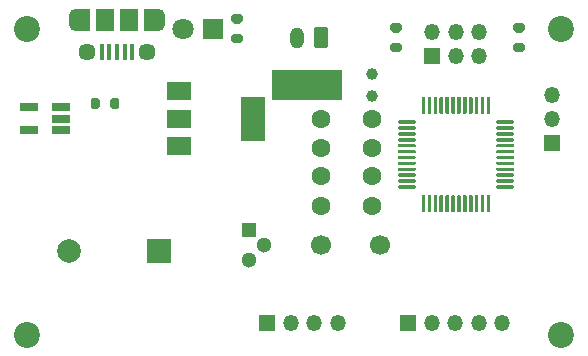
<source format=gbr>
%TF.GenerationSoftware,KiCad,Pcbnew,(5.1.10)-1*%
%TF.CreationDate,2021-12-05T19:53:51+08:00*%
%TF.ProjectId,TomatoClock,546f6d61-746f-4436-9c6f-636b2e6b6963,rev?*%
%TF.SameCoordinates,Original*%
%TF.FileFunction,Soldermask,Top*%
%TF.FilePolarity,Negative*%
%FSLAX46Y46*%
G04 Gerber Fmt 4.6, Leading zero omitted, Abs format (unit mm)*
G04 Created by KiCad (PCBNEW (5.1.10)-1) date 2021-12-05 19:53:51*
%MOMM*%
%LPD*%
G01*
G04 APERTURE LIST*
%ADD10C,1.600000*%
%ADD11O,1.200000X1.800000*%
%ADD12C,2.200000*%
%ADD13O,1.350000X1.350000*%
%ADD14R,1.350000X1.350000*%
%ADD15R,6.000000X2.500000*%
%ADD16C,1.000000*%
%ADD17C,1.700000*%
%ADD18R,2.000000X1.500000*%
%ADD19R,2.000000X3.800000*%
%ADD20R,1.560000X0.650000*%
%ADD21R,1.300000X1.300000*%
%ADD22C,1.300000*%
%ADD23R,1.200000X1.900000*%
%ADD24O,1.200000X1.900000*%
%ADD25R,1.500000X1.900000*%
%ADD26C,1.450000*%
%ADD27R,0.400000X1.350000*%
%ADD28C,1.800000*%
%ADD29R,1.800000X1.800000*%
%ADD30C,2.000000*%
%ADD31R,2.000000X2.000000*%
G04 APERTURE END LIST*
D10*
%TO.C,C3*%
X31750000Y18328000D03*
X31750000Y20828000D03*
%TD*%
D11*
%TO.C,J6*%
X25432000Y27686000D03*
G36*
G01*
X28032000Y28336001D02*
X28032000Y27035999D01*
G75*
G02*
X27782001Y26786000I-249999J0D01*
G01*
X27081999Y26786000D01*
G75*
G02*
X26832000Y27035999I0J249999D01*
G01*
X26832000Y28336001D01*
G75*
G02*
X27081999Y28586000I249999J0D01*
G01*
X27782001Y28586000D01*
G75*
G02*
X28032000Y28336001I0J-249999D01*
G01*
G37*
%TD*%
D12*
%TO.C,H4*%
X47752000Y2540000D03*
%TD*%
%TO.C,H3*%
X47752000Y28448000D03*
%TD*%
%TO.C,H2*%
X2540000Y2540000D03*
%TD*%
%TO.C,H1*%
X2540000Y28448000D03*
%TD*%
D13*
%TO.C,J4*%
X28860000Y3556000D03*
X26860000Y3556000D03*
X24860000Y3556000D03*
D14*
X22860000Y3556000D03*
%TD*%
D13*
%TO.C,J1*%
X40830000Y28162000D03*
X40830000Y26162000D03*
X38830000Y28162000D03*
X38830000Y26162000D03*
X36830000Y28162000D03*
D14*
X36830000Y26162000D03*
%TD*%
D15*
%TO.C,Y2*%
X26250000Y23688000D03*
D16*
X31750000Y22738000D03*
X31750000Y24638000D03*
%TD*%
D17*
%TO.C,Y1*%
X32432000Y10160000D03*
X27432000Y10160000D03*
%TD*%
D18*
%TO.C,U3*%
X15392000Y23128000D03*
X15392000Y18528000D03*
X15392000Y20828000D03*
D19*
X21692000Y20828000D03*
%TD*%
D20*
%TO.C,U2*%
X2714000Y19878000D03*
X2714000Y21778000D03*
X5414000Y21778000D03*
X5414000Y20828000D03*
X5414000Y19878000D03*
%TD*%
%TO.C,U1*%
G36*
G01*
X35962000Y21280000D02*
X35962000Y22605000D01*
G75*
G02*
X36037000Y22680000I75000J0D01*
G01*
X36187000Y22680000D01*
G75*
G02*
X36262000Y22605000I0J-75000D01*
G01*
X36262000Y21280000D01*
G75*
G02*
X36187000Y21205000I-75000J0D01*
G01*
X36037000Y21205000D01*
G75*
G02*
X35962000Y21280000I0J75000D01*
G01*
G37*
G36*
G01*
X36462000Y21280000D02*
X36462000Y22605000D01*
G75*
G02*
X36537000Y22680000I75000J0D01*
G01*
X36687000Y22680000D01*
G75*
G02*
X36762000Y22605000I0J-75000D01*
G01*
X36762000Y21280000D01*
G75*
G02*
X36687000Y21205000I-75000J0D01*
G01*
X36537000Y21205000D01*
G75*
G02*
X36462000Y21280000I0J75000D01*
G01*
G37*
G36*
G01*
X36962000Y21280000D02*
X36962000Y22605000D01*
G75*
G02*
X37037000Y22680000I75000J0D01*
G01*
X37187000Y22680000D01*
G75*
G02*
X37262000Y22605000I0J-75000D01*
G01*
X37262000Y21280000D01*
G75*
G02*
X37187000Y21205000I-75000J0D01*
G01*
X37037000Y21205000D01*
G75*
G02*
X36962000Y21280000I0J75000D01*
G01*
G37*
G36*
G01*
X37462000Y21280000D02*
X37462000Y22605000D01*
G75*
G02*
X37537000Y22680000I75000J0D01*
G01*
X37687000Y22680000D01*
G75*
G02*
X37762000Y22605000I0J-75000D01*
G01*
X37762000Y21280000D01*
G75*
G02*
X37687000Y21205000I-75000J0D01*
G01*
X37537000Y21205000D01*
G75*
G02*
X37462000Y21280000I0J75000D01*
G01*
G37*
G36*
G01*
X37962000Y21280000D02*
X37962000Y22605000D01*
G75*
G02*
X38037000Y22680000I75000J0D01*
G01*
X38187000Y22680000D01*
G75*
G02*
X38262000Y22605000I0J-75000D01*
G01*
X38262000Y21280000D01*
G75*
G02*
X38187000Y21205000I-75000J0D01*
G01*
X38037000Y21205000D01*
G75*
G02*
X37962000Y21280000I0J75000D01*
G01*
G37*
G36*
G01*
X38462000Y21280000D02*
X38462000Y22605000D01*
G75*
G02*
X38537000Y22680000I75000J0D01*
G01*
X38687000Y22680000D01*
G75*
G02*
X38762000Y22605000I0J-75000D01*
G01*
X38762000Y21280000D01*
G75*
G02*
X38687000Y21205000I-75000J0D01*
G01*
X38537000Y21205000D01*
G75*
G02*
X38462000Y21280000I0J75000D01*
G01*
G37*
G36*
G01*
X38962000Y21280000D02*
X38962000Y22605000D01*
G75*
G02*
X39037000Y22680000I75000J0D01*
G01*
X39187000Y22680000D01*
G75*
G02*
X39262000Y22605000I0J-75000D01*
G01*
X39262000Y21280000D01*
G75*
G02*
X39187000Y21205000I-75000J0D01*
G01*
X39037000Y21205000D01*
G75*
G02*
X38962000Y21280000I0J75000D01*
G01*
G37*
G36*
G01*
X39462000Y21280000D02*
X39462000Y22605000D01*
G75*
G02*
X39537000Y22680000I75000J0D01*
G01*
X39687000Y22680000D01*
G75*
G02*
X39762000Y22605000I0J-75000D01*
G01*
X39762000Y21280000D01*
G75*
G02*
X39687000Y21205000I-75000J0D01*
G01*
X39537000Y21205000D01*
G75*
G02*
X39462000Y21280000I0J75000D01*
G01*
G37*
G36*
G01*
X39962000Y21280000D02*
X39962000Y22605000D01*
G75*
G02*
X40037000Y22680000I75000J0D01*
G01*
X40187000Y22680000D01*
G75*
G02*
X40262000Y22605000I0J-75000D01*
G01*
X40262000Y21280000D01*
G75*
G02*
X40187000Y21205000I-75000J0D01*
G01*
X40037000Y21205000D01*
G75*
G02*
X39962000Y21280000I0J75000D01*
G01*
G37*
G36*
G01*
X40462000Y21280000D02*
X40462000Y22605000D01*
G75*
G02*
X40537000Y22680000I75000J0D01*
G01*
X40687000Y22680000D01*
G75*
G02*
X40762000Y22605000I0J-75000D01*
G01*
X40762000Y21280000D01*
G75*
G02*
X40687000Y21205000I-75000J0D01*
G01*
X40537000Y21205000D01*
G75*
G02*
X40462000Y21280000I0J75000D01*
G01*
G37*
G36*
G01*
X40962000Y21280000D02*
X40962000Y22605000D01*
G75*
G02*
X41037000Y22680000I75000J0D01*
G01*
X41187000Y22680000D01*
G75*
G02*
X41262000Y22605000I0J-75000D01*
G01*
X41262000Y21280000D01*
G75*
G02*
X41187000Y21205000I-75000J0D01*
G01*
X41037000Y21205000D01*
G75*
G02*
X40962000Y21280000I0J75000D01*
G01*
G37*
G36*
G01*
X41462000Y21280000D02*
X41462000Y22605000D01*
G75*
G02*
X41537000Y22680000I75000J0D01*
G01*
X41687000Y22680000D01*
G75*
G02*
X41762000Y22605000I0J-75000D01*
G01*
X41762000Y21280000D01*
G75*
G02*
X41687000Y21205000I-75000J0D01*
G01*
X41537000Y21205000D01*
G75*
G02*
X41462000Y21280000I0J75000D01*
G01*
G37*
G36*
G01*
X42287000Y20455000D02*
X42287000Y20605000D01*
G75*
G02*
X42362000Y20680000I75000J0D01*
G01*
X43687000Y20680000D01*
G75*
G02*
X43762000Y20605000I0J-75000D01*
G01*
X43762000Y20455000D01*
G75*
G02*
X43687000Y20380000I-75000J0D01*
G01*
X42362000Y20380000D01*
G75*
G02*
X42287000Y20455000I0J75000D01*
G01*
G37*
G36*
G01*
X42287000Y19955000D02*
X42287000Y20105000D01*
G75*
G02*
X42362000Y20180000I75000J0D01*
G01*
X43687000Y20180000D01*
G75*
G02*
X43762000Y20105000I0J-75000D01*
G01*
X43762000Y19955000D01*
G75*
G02*
X43687000Y19880000I-75000J0D01*
G01*
X42362000Y19880000D01*
G75*
G02*
X42287000Y19955000I0J75000D01*
G01*
G37*
G36*
G01*
X42287000Y19455000D02*
X42287000Y19605000D01*
G75*
G02*
X42362000Y19680000I75000J0D01*
G01*
X43687000Y19680000D01*
G75*
G02*
X43762000Y19605000I0J-75000D01*
G01*
X43762000Y19455000D01*
G75*
G02*
X43687000Y19380000I-75000J0D01*
G01*
X42362000Y19380000D01*
G75*
G02*
X42287000Y19455000I0J75000D01*
G01*
G37*
G36*
G01*
X42287000Y18955000D02*
X42287000Y19105000D01*
G75*
G02*
X42362000Y19180000I75000J0D01*
G01*
X43687000Y19180000D01*
G75*
G02*
X43762000Y19105000I0J-75000D01*
G01*
X43762000Y18955000D01*
G75*
G02*
X43687000Y18880000I-75000J0D01*
G01*
X42362000Y18880000D01*
G75*
G02*
X42287000Y18955000I0J75000D01*
G01*
G37*
G36*
G01*
X42287000Y18455000D02*
X42287000Y18605000D01*
G75*
G02*
X42362000Y18680000I75000J0D01*
G01*
X43687000Y18680000D01*
G75*
G02*
X43762000Y18605000I0J-75000D01*
G01*
X43762000Y18455000D01*
G75*
G02*
X43687000Y18380000I-75000J0D01*
G01*
X42362000Y18380000D01*
G75*
G02*
X42287000Y18455000I0J75000D01*
G01*
G37*
G36*
G01*
X42287000Y17955000D02*
X42287000Y18105000D01*
G75*
G02*
X42362000Y18180000I75000J0D01*
G01*
X43687000Y18180000D01*
G75*
G02*
X43762000Y18105000I0J-75000D01*
G01*
X43762000Y17955000D01*
G75*
G02*
X43687000Y17880000I-75000J0D01*
G01*
X42362000Y17880000D01*
G75*
G02*
X42287000Y17955000I0J75000D01*
G01*
G37*
G36*
G01*
X42287000Y17455000D02*
X42287000Y17605000D01*
G75*
G02*
X42362000Y17680000I75000J0D01*
G01*
X43687000Y17680000D01*
G75*
G02*
X43762000Y17605000I0J-75000D01*
G01*
X43762000Y17455000D01*
G75*
G02*
X43687000Y17380000I-75000J0D01*
G01*
X42362000Y17380000D01*
G75*
G02*
X42287000Y17455000I0J75000D01*
G01*
G37*
G36*
G01*
X42287000Y16955000D02*
X42287000Y17105000D01*
G75*
G02*
X42362000Y17180000I75000J0D01*
G01*
X43687000Y17180000D01*
G75*
G02*
X43762000Y17105000I0J-75000D01*
G01*
X43762000Y16955000D01*
G75*
G02*
X43687000Y16880000I-75000J0D01*
G01*
X42362000Y16880000D01*
G75*
G02*
X42287000Y16955000I0J75000D01*
G01*
G37*
G36*
G01*
X42287000Y16455000D02*
X42287000Y16605000D01*
G75*
G02*
X42362000Y16680000I75000J0D01*
G01*
X43687000Y16680000D01*
G75*
G02*
X43762000Y16605000I0J-75000D01*
G01*
X43762000Y16455000D01*
G75*
G02*
X43687000Y16380000I-75000J0D01*
G01*
X42362000Y16380000D01*
G75*
G02*
X42287000Y16455000I0J75000D01*
G01*
G37*
G36*
G01*
X42287000Y15955000D02*
X42287000Y16105000D01*
G75*
G02*
X42362000Y16180000I75000J0D01*
G01*
X43687000Y16180000D01*
G75*
G02*
X43762000Y16105000I0J-75000D01*
G01*
X43762000Y15955000D01*
G75*
G02*
X43687000Y15880000I-75000J0D01*
G01*
X42362000Y15880000D01*
G75*
G02*
X42287000Y15955000I0J75000D01*
G01*
G37*
G36*
G01*
X42287000Y15455000D02*
X42287000Y15605000D01*
G75*
G02*
X42362000Y15680000I75000J0D01*
G01*
X43687000Y15680000D01*
G75*
G02*
X43762000Y15605000I0J-75000D01*
G01*
X43762000Y15455000D01*
G75*
G02*
X43687000Y15380000I-75000J0D01*
G01*
X42362000Y15380000D01*
G75*
G02*
X42287000Y15455000I0J75000D01*
G01*
G37*
G36*
G01*
X42287000Y14955000D02*
X42287000Y15105000D01*
G75*
G02*
X42362000Y15180000I75000J0D01*
G01*
X43687000Y15180000D01*
G75*
G02*
X43762000Y15105000I0J-75000D01*
G01*
X43762000Y14955000D01*
G75*
G02*
X43687000Y14880000I-75000J0D01*
G01*
X42362000Y14880000D01*
G75*
G02*
X42287000Y14955000I0J75000D01*
G01*
G37*
G36*
G01*
X41462000Y12955000D02*
X41462000Y14280000D01*
G75*
G02*
X41537000Y14355000I75000J0D01*
G01*
X41687000Y14355000D01*
G75*
G02*
X41762000Y14280000I0J-75000D01*
G01*
X41762000Y12955000D01*
G75*
G02*
X41687000Y12880000I-75000J0D01*
G01*
X41537000Y12880000D01*
G75*
G02*
X41462000Y12955000I0J75000D01*
G01*
G37*
G36*
G01*
X40962000Y12955000D02*
X40962000Y14280000D01*
G75*
G02*
X41037000Y14355000I75000J0D01*
G01*
X41187000Y14355000D01*
G75*
G02*
X41262000Y14280000I0J-75000D01*
G01*
X41262000Y12955000D01*
G75*
G02*
X41187000Y12880000I-75000J0D01*
G01*
X41037000Y12880000D01*
G75*
G02*
X40962000Y12955000I0J75000D01*
G01*
G37*
G36*
G01*
X40462000Y12955000D02*
X40462000Y14280000D01*
G75*
G02*
X40537000Y14355000I75000J0D01*
G01*
X40687000Y14355000D01*
G75*
G02*
X40762000Y14280000I0J-75000D01*
G01*
X40762000Y12955000D01*
G75*
G02*
X40687000Y12880000I-75000J0D01*
G01*
X40537000Y12880000D01*
G75*
G02*
X40462000Y12955000I0J75000D01*
G01*
G37*
G36*
G01*
X39962000Y12955000D02*
X39962000Y14280000D01*
G75*
G02*
X40037000Y14355000I75000J0D01*
G01*
X40187000Y14355000D01*
G75*
G02*
X40262000Y14280000I0J-75000D01*
G01*
X40262000Y12955000D01*
G75*
G02*
X40187000Y12880000I-75000J0D01*
G01*
X40037000Y12880000D01*
G75*
G02*
X39962000Y12955000I0J75000D01*
G01*
G37*
G36*
G01*
X39462000Y12955000D02*
X39462000Y14280000D01*
G75*
G02*
X39537000Y14355000I75000J0D01*
G01*
X39687000Y14355000D01*
G75*
G02*
X39762000Y14280000I0J-75000D01*
G01*
X39762000Y12955000D01*
G75*
G02*
X39687000Y12880000I-75000J0D01*
G01*
X39537000Y12880000D01*
G75*
G02*
X39462000Y12955000I0J75000D01*
G01*
G37*
G36*
G01*
X38962000Y12955000D02*
X38962000Y14280000D01*
G75*
G02*
X39037000Y14355000I75000J0D01*
G01*
X39187000Y14355000D01*
G75*
G02*
X39262000Y14280000I0J-75000D01*
G01*
X39262000Y12955000D01*
G75*
G02*
X39187000Y12880000I-75000J0D01*
G01*
X39037000Y12880000D01*
G75*
G02*
X38962000Y12955000I0J75000D01*
G01*
G37*
G36*
G01*
X38462000Y12955000D02*
X38462000Y14280000D01*
G75*
G02*
X38537000Y14355000I75000J0D01*
G01*
X38687000Y14355000D01*
G75*
G02*
X38762000Y14280000I0J-75000D01*
G01*
X38762000Y12955000D01*
G75*
G02*
X38687000Y12880000I-75000J0D01*
G01*
X38537000Y12880000D01*
G75*
G02*
X38462000Y12955000I0J75000D01*
G01*
G37*
G36*
G01*
X37962000Y12955000D02*
X37962000Y14280000D01*
G75*
G02*
X38037000Y14355000I75000J0D01*
G01*
X38187000Y14355000D01*
G75*
G02*
X38262000Y14280000I0J-75000D01*
G01*
X38262000Y12955000D01*
G75*
G02*
X38187000Y12880000I-75000J0D01*
G01*
X38037000Y12880000D01*
G75*
G02*
X37962000Y12955000I0J75000D01*
G01*
G37*
G36*
G01*
X37462000Y12955000D02*
X37462000Y14280000D01*
G75*
G02*
X37537000Y14355000I75000J0D01*
G01*
X37687000Y14355000D01*
G75*
G02*
X37762000Y14280000I0J-75000D01*
G01*
X37762000Y12955000D01*
G75*
G02*
X37687000Y12880000I-75000J0D01*
G01*
X37537000Y12880000D01*
G75*
G02*
X37462000Y12955000I0J75000D01*
G01*
G37*
G36*
G01*
X36962000Y12955000D02*
X36962000Y14280000D01*
G75*
G02*
X37037000Y14355000I75000J0D01*
G01*
X37187000Y14355000D01*
G75*
G02*
X37262000Y14280000I0J-75000D01*
G01*
X37262000Y12955000D01*
G75*
G02*
X37187000Y12880000I-75000J0D01*
G01*
X37037000Y12880000D01*
G75*
G02*
X36962000Y12955000I0J75000D01*
G01*
G37*
G36*
G01*
X36462000Y12955000D02*
X36462000Y14280000D01*
G75*
G02*
X36537000Y14355000I75000J0D01*
G01*
X36687000Y14355000D01*
G75*
G02*
X36762000Y14280000I0J-75000D01*
G01*
X36762000Y12955000D01*
G75*
G02*
X36687000Y12880000I-75000J0D01*
G01*
X36537000Y12880000D01*
G75*
G02*
X36462000Y12955000I0J75000D01*
G01*
G37*
G36*
G01*
X35962000Y12955000D02*
X35962000Y14280000D01*
G75*
G02*
X36037000Y14355000I75000J0D01*
G01*
X36187000Y14355000D01*
G75*
G02*
X36262000Y14280000I0J-75000D01*
G01*
X36262000Y12955000D01*
G75*
G02*
X36187000Y12880000I-75000J0D01*
G01*
X36037000Y12880000D01*
G75*
G02*
X35962000Y12955000I0J75000D01*
G01*
G37*
G36*
G01*
X33962000Y14955000D02*
X33962000Y15105000D01*
G75*
G02*
X34037000Y15180000I75000J0D01*
G01*
X35362000Y15180000D01*
G75*
G02*
X35437000Y15105000I0J-75000D01*
G01*
X35437000Y14955000D01*
G75*
G02*
X35362000Y14880000I-75000J0D01*
G01*
X34037000Y14880000D01*
G75*
G02*
X33962000Y14955000I0J75000D01*
G01*
G37*
G36*
G01*
X33962000Y15455000D02*
X33962000Y15605000D01*
G75*
G02*
X34037000Y15680000I75000J0D01*
G01*
X35362000Y15680000D01*
G75*
G02*
X35437000Y15605000I0J-75000D01*
G01*
X35437000Y15455000D01*
G75*
G02*
X35362000Y15380000I-75000J0D01*
G01*
X34037000Y15380000D01*
G75*
G02*
X33962000Y15455000I0J75000D01*
G01*
G37*
G36*
G01*
X33962000Y15955000D02*
X33962000Y16105000D01*
G75*
G02*
X34037000Y16180000I75000J0D01*
G01*
X35362000Y16180000D01*
G75*
G02*
X35437000Y16105000I0J-75000D01*
G01*
X35437000Y15955000D01*
G75*
G02*
X35362000Y15880000I-75000J0D01*
G01*
X34037000Y15880000D01*
G75*
G02*
X33962000Y15955000I0J75000D01*
G01*
G37*
G36*
G01*
X33962000Y16455000D02*
X33962000Y16605000D01*
G75*
G02*
X34037000Y16680000I75000J0D01*
G01*
X35362000Y16680000D01*
G75*
G02*
X35437000Y16605000I0J-75000D01*
G01*
X35437000Y16455000D01*
G75*
G02*
X35362000Y16380000I-75000J0D01*
G01*
X34037000Y16380000D01*
G75*
G02*
X33962000Y16455000I0J75000D01*
G01*
G37*
G36*
G01*
X33962000Y16955000D02*
X33962000Y17105000D01*
G75*
G02*
X34037000Y17180000I75000J0D01*
G01*
X35362000Y17180000D01*
G75*
G02*
X35437000Y17105000I0J-75000D01*
G01*
X35437000Y16955000D01*
G75*
G02*
X35362000Y16880000I-75000J0D01*
G01*
X34037000Y16880000D01*
G75*
G02*
X33962000Y16955000I0J75000D01*
G01*
G37*
G36*
G01*
X33962000Y17455000D02*
X33962000Y17605000D01*
G75*
G02*
X34037000Y17680000I75000J0D01*
G01*
X35362000Y17680000D01*
G75*
G02*
X35437000Y17605000I0J-75000D01*
G01*
X35437000Y17455000D01*
G75*
G02*
X35362000Y17380000I-75000J0D01*
G01*
X34037000Y17380000D01*
G75*
G02*
X33962000Y17455000I0J75000D01*
G01*
G37*
G36*
G01*
X33962000Y17955000D02*
X33962000Y18105000D01*
G75*
G02*
X34037000Y18180000I75000J0D01*
G01*
X35362000Y18180000D01*
G75*
G02*
X35437000Y18105000I0J-75000D01*
G01*
X35437000Y17955000D01*
G75*
G02*
X35362000Y17880000I-75000J0D01*
G01*
X34037000Y17880000D01*
G75*
G02*
X33962000Y17955000I0J75000D01*
G01*
G37*
G36*
G01*
X33962000Y18455000D02*
X33962000Y18605000D01*
G75*
G02*
X34037000Y18680000I75000J0D01*
G01*
X35362000Y18680000D01*
G75*
G02*
X35437000Y18605000I0J-75000D01*
G01*
X35437000Y18455000D01*
G75*
G02*
X35362000Y18380000I-75000J0D01*
G01*
X34037000Y18380000D01*
G75*
G02*
X33962000Y18455000I0J75000D01*
G01*
G37*
G36*
G01*
X33962000Y18955000D02*
X33962000Y19105000D01*
G75*
G02*
X34037000Y19180000I75000J0D01*
G01*
X35362000Y19180000D01*
G75*
G02*
X35437000Y19105000I0J-75000D01*
G01*
X35437000Y18955000D01*
G75*
G02*
X35362000Y18880000I-75000J0D01*
G01*
X34037000Y18880000D01*
G75*
G02*
X33962000Y18955000I0J75000D01*
G01*
G37*
G36*
G01*
X33962000Y19455000D02*
X33962000Y19605000D01*
G75*
G02*
X34037000Y19680000I75000J0D01*
G01*
X35362000Y19680000D01*
G75*
G02*
X35437000Y19605000I0J-75000D01*
G01*
X35437000Y19455000D01*
G75*
G02*
X35362000Y19380000I-75000J0D01*
G01*
X34037000Y19380000D01*
G75*
G02*
X33962000Y19455000I0J75000D01*
G01*
G37*
G36*
G01*
X33962000Y19955000D02*
X33962000Y20105000D01*
G75*
G02*
X34037000Y20180000I75000J0D01*
G01*
X35362000Y20180000D01*
G75*
G02*
X35437000Y20105000I0J-75000D01*
G01*
X35437000Y19955000D01*
G75*
G02*
X35362000Y19880000I-75000J0D01*
G01*
X34037000Y19880000D01*
G75*
G02*
X33962000Y19955000I0J75000D01*
G01*
G37*
G36*
G01*
X33962000Y20455000D02*
X33962000Y20605000D01*
G75*
G02*
X34037000Y20680000I75000J0D01*
G01*
X35362000Y20680000D01*
G75*
G02*
X35437000Y20605000I0J-75000D01*
G01*
X35437000Y20455000D01*
G75*
G02*
X35362000Y20380000I-75000J0D01*
G01*
X34037000Y20380000D01*
G75*
G02*
X33962000Y20455000I0J75000D01*
G01*
G37*
%TD*%
%TO.C,R4*%
G36*
G01*
X20045000Y28023000D02*
X20595000Y28023000D01*
G75*
G02*
X20795000Y27823000I0J-200000D01*
G01*
X20795000Y27423000D01*
G75*
G02*
X20595000Y27223000I-200000J0D01*
G01*
X20045000Y27223000D01*
G75*
G02*
X19845000Y27423000I0J200000D01*
G01*
X19845000Y27823000D01*
G75*
G02*
X20045000Y28023000I200000J0D01*
G01*
G37*
G36*
G01*
X20045000Y29673000D02*
X20595000Y29673000D01*
G75*
G02*
X20795000Y29473000I0J-200000D01*
G01*
X20795000Y29073000D01*
G75*
G02*
X20595000Y28873000I-200000J0D01*
G01*
X20045000Y28873000D01*
G75*
G02*
X19845000Y29073000I0J200000D01*
G01*
X19845000Y29473000D01*
G75*
G02*
X20045000Y29673000I200000J0D01*
G01*
G37*
%TD*%
%TO.C,R3*%
G36*
G01*
X8719000Y22373000D02*
X8719000Y21823000D01*
G75*
G02*
X8519000Y21623000I-200000J0D01*
G01*
X8119000Y21623000D01*
G75*
G02*
X7919000Y21823000I0J200000D01*
G01*
X7919000Y22373000D01*
G75*
G02*
X8119000Y22573000I200000J0D01*
G01*
X8519000Y22573000D01*
G75*
G02*
X8719000Y22373000I0J-200000D01*
G01*
G37*
G36*
G01*
X10369000Y22373000D02*
X10369000Y21823000D01*
G75*
G02*
X10169000Y21623000I-200000J0D01*
G01*
X9769000Y21623000D01*
G75*
G02*
X9569000Y21823000I0J200000D01*
G01*
X9569000Y22373000D01*
G75*
G02*
X9769000Y22573000I200000J0D01*
G01*
X10169000Y22573000D01*
G75*
G02*
X10369000Y22373000I0J-200000D01*
G01*
G37*
%TD*%
%TO.C,R2*%
G36*
G01*
X44471000Y28111000D02*
X43921000Y28111000D01*
G75*
G02*
X43721000Y28311000I0J200000D01*
G01*
X43721000Y28711000D01*
G75*
G02*
X43921000Y28911000I200000J0D01*
G01*
X44471000Y28911000D01*
G75*
G02*
X44671000Y28711000I0J-200000D01*
G01*
X44671000Y28311000D01*
G75*
G02*
X44471000Y28111000I-200000J0D01*
G01*
G37*
G36*
G01*
X44471000Y26461000D02*
X43921000Y26461000D01*
G75*
G02*
X43721000Y26661000I0J200000D01*
G01*
X43721000Y27061000D01*
G75*
G02*
X43921000Y27261000I200000J0D01*
G01*
X44471000Y27261000D01*
G75*
G02*
X44671000Y27061000I0J-200000D01*
G01*
X44671000Y26661000D01*
G75*
G02*
X44471000Y26461000I-200000J0D01*
G01*
G37*
%TD*%
%TO.C,R1*%
G36*
G01*
X33507000Y27261000D02*
X34057000Y27261000D01*
G75*
G02*
X34257000Y27061000I0J-200000D01*
G01*
X34257000Y26661000D01*
G75*
G02*
X34057000Y26461000I-200000J0D01*
G01*
X33507000Y26461000D01*
G75*
G02*
X33307000Y26661000I0J200000D01*
G01*
X33307000Y27061000D01*
G75*
G02*
X33507000Y27261000I200000J0D01*
G01*
G37*
G36*
G01*
X33507000Y28911000D02*
X34057000Y28911000D01*
G75*
G02*
X34257000Y28711000I0J-200000D01*
G01*
X34257000Y28311000D01*
G75*
G02*
X34057000Y28111000I-200000J0D01*
G01*
X33507000Y28111000D01*
G75*
G02*
X33307000Y28311000I0J200000D01*
G01*
X33307000Y28711000D01*
G75*
G02*
X33507000Y28911000I200000J0D01*
G01*
G37*
%TD*%
D21*
%TO.C,Q1*%
X21336000Y11430000D03*
D22*
X21336000Y8890000D03*
X22606000Y10160000D03*
%TD*%
D13*
%TO.C,J5*%
X42798000Y3556000D03*
X40798000Y3556000D03*
X38798000Y3556000D03*
X36798000Y3556000D03*
D14*
X34798000Y3556000D03*
%TD*%
D23*
%TO.C,J3*%
X13060000Y29177500D03*
X7260000Y29177500D03*
D24*
X6660000Y29177500D03*
X13660000Y29177500D03*
D25*
X11160000Y29177500D03*
D26*
X7660000Y26477500D03*
D27*
X10160000Y26477500D03*
X9510000Y26477500D03*
X8860000Y26477500D03*
X11460000Y26477500D03*
X10810000Y26477500D03*
D26*
X12660000Y26477500D03*
D25*
X9160000Y29177500D03*
%TD*%
D13*
%TO.C,J2*%
X46990000Y22796000D03*
X46990000Y20796000D03*
D14*
X46990000Y18796000D03*
%TD*%
D28*
%TO.C,D1*%
X15748000Y28448000D03*
D29*
X18288000Y28448000D03*
%TD*%
D10*
%TO.C,C4*%
X27432000Y18328000D03*
X27432000Y20828000D03*
%TD*%
%TO.C,C2*%
X31750000Y15962000D03*
X31750000Y13462000D03*
%TD*%
%TO.C,C1*%
X27432000Y15962000D03*
X27432000Y13462000D03*
%TD*%
D30*
%TO.C,BZ1*%
X6116000Y9652000D03*
D31*
X13716000Y9652000D03*
%TD*%
M02*

</source>
